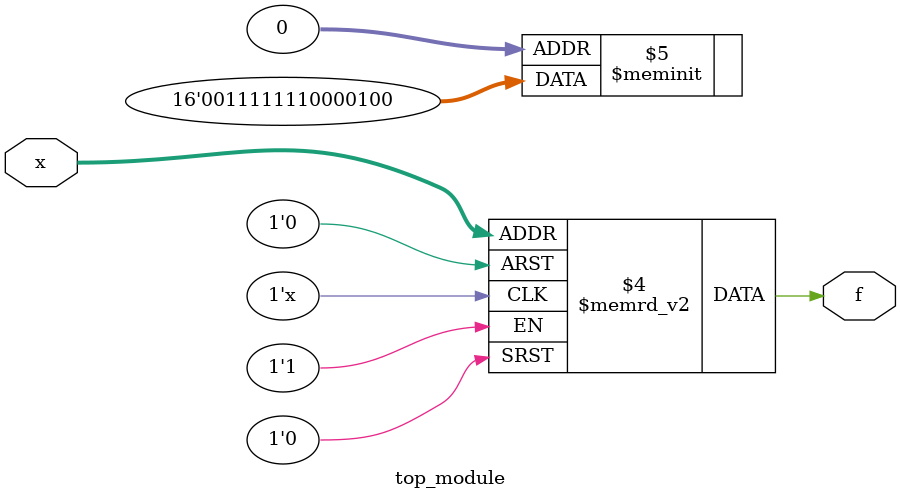
<source format=sv>
module top_module (
    input [4:1] x,
    output logic f
);
    always @(*) begin
        case (x)
            4'b0001: f = 0;
            4'b0010: f = 1;
            4'b0011: f = 0;
            4'b0110: f = 0;
            4'b0111: f = 1;
            4'b1000: f = 1;
            4'b1001: f = 1;
            4'b1010: f = 1;
            4'b1011: f = 1;
            4'b1100: f = 1;
            4'b1101: f = 1;
            4'b1110: f = 0;
            default: f = 0; // d (don't-care) cases
        endcase
    end
endmodule

</source>
